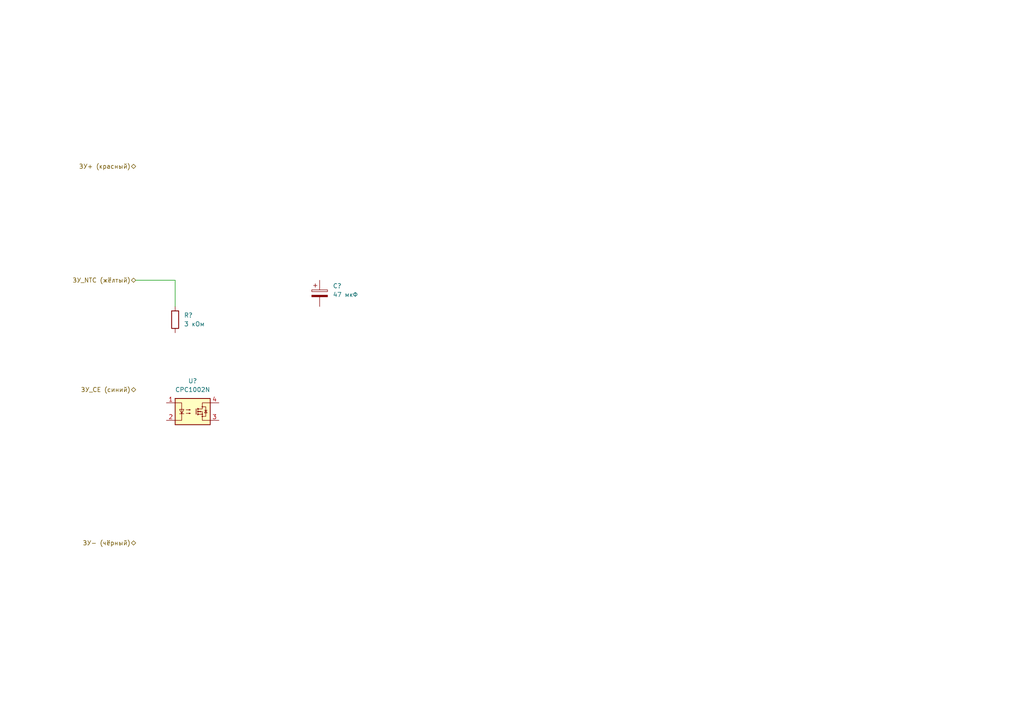
<source format=kicad_sch>
(kicad_sch (version 20211123) (generator eeschema)
  (paper "A4")
  (lib_symbols
    (symbol "Device:C_Polarized" (pin_numbers hide) (pin_names (offset 0.254))
      (property "Reference" "C" (at 0.635 2.54 0))
      (property "Value" "C_Polarized" (at 0.635 -2.54 0))
      (symbol "C_Polarized_0_1"
        (rectangle (start -2.286 0.508) (end 2.286 1.016))
        (polyline (pts (xy -1.778 2.286) (xy -0.762 2.286)))
        (polyline (pts (xy -1.27 2.794) (xy -1.27 1.778)))
        (rectangle (start 2.286 -0.508) (end -2.286 -1.016) (fill (type outline)))
      )
      (symbol "C_Polarized_1_1"
        (pin passive line (at 0 3.81 270) (length 2.794) (name "~") (number "1"))
        (pin passive line (at 0 -3.81 90) (length 2.794) (name "~") (number "2"))
      )
    )
    (symbol "Device:R" (pin_numbers hide) (pin_names (offset 0))
      (property "Reference" "R" (at 2.032 0 90))
      (property "Value" "R" (at 0 0 90))
      (symbol "R_0_1"
        (rectangle (start -1.016 -2.54) (end 1.016 2.54) (stroke (width 0.254)))
      )
      (symbol "R_1_1"
        (pin passive line (at 0 3.81 270) (length 1.27) (name "~") (number "1"))
        (pin passive line (at 0 -3.81 90) (length 1.27) (name "~") (number "2"))
      )
    )
    (symbol "Relay_SolidState:CPC1002N"
      (property "Reference" "U" (at -5.08 5.08 0))
      (property "Value" "CPC1002N" (at 0 5.08 0))
      (symbol "CPC1002N_0_1"
        (rectangle (start -5.08 3.81) (end 5.08 -3.81) (stroke (width 0.254)) (fill (type background)))
        (polyline (pts (xy -3.81 -0.635) (xy -2.54 -0.635)))
        (polyline (pts (xy 1.016 0.762) (xy 1.016 -0.762)) (stroke (width 0.2032)))
        (polyline (pts (xy 1.524 -0.762) (xy 2.794 -0.762)))
        (polyline (pts (xy 3.429 0.381) (xy 4.191 0.381)))
        (polyline (pts (xy 1.524 -0.635) (xy 1.524 -0.889) (xy 1.524 -0.889)) (stroke (width 0.3556)))
        (polyline (pts (xy 1.524 0.127) (xy 1.524 -0.127) (xy 1.524 -0.127)) (stroke (width 0.3556)))
        (polyline (pts (xy 1.524 0.889) (xy 1.524 0.635) (xy 1.524 0.635)) (stroke (width 0.3556)))
        (polyline (pts (xy -5.08 2.54) (xy -3.175 2.54) (xy -3.175 -2.54) (xy -5.08 -2.54)))
        (polyline (pts (xy -3.175 -0.635) (xy -3.81 0.635) (xy -2.54 0.635) (xy -3.175 -0.635)))
        (polyline (pts (xy 1.524 0) (xy 2.794 0) (xy 2.794 -2.54) (xy 5.08 -2.54)))
        (polyline (pts (xy 1.524 0.762) (xy 2.794 0.762) (xy 2.794 2.54) (xy 5.08 2.54)))
        (polyline (pts (xy 1.778 0) (xy 2.286 0.127) (xy 2.286 -0.127) (xy 1.778 0)))
        (polyline (pts (xy 2.794 -1.397) (xy 3.81 -1.397) (xy 3.81 1.397) (xy 2.794 1.397)))
        (polyline (pts (xy 3.81 0.381) (xy 3.429 -0.381) (xy 4.191 -0.381) (xy 3.81 0.381)))
        (polyline (pts (xy -1.905 -0.508) (xy -0.635 -0.508) (xy -1.016 -0.635) (xy -1.016 -0.381) (xy -0.635 -0.508)))
        (polyline (pts (xy -1.905 0.508) (xy -0.635 0.508) (xy -1.016 0.381) (xy -1.016 0.635) (xy -0.635 0.508)))
        (circle (center 2.794 -1.397) (radius 0.127))
        (circle (center 2.794 -0.762) (radius 0.127))
        (circle (center 2.794 1.397) (radius 0.127))
      )
      (symbol "CPC1002N_1_1"
        (pin passive line (at -7.62 2.54 0) (length 2.54) (name "~") (number "1"))
        (pin passive line (at -7.62 -2.54 0) (length 2.54) (name "~") (number "2"))
        (pin passive line (at 7.62 -2.54 180) (length 2.54) (name "~") (number "3"))
        (pin passive line (at 7.62 2.54 180) (length 2.54) (name "~") (number "4"))
      )
    )
  )
  (wire (pts (xy 39.37 81.28) (xy 50.8 81.28)))
  (wire (pts (xy 50.8 81.28) (xy 50.8 88.9)))
  (hierarchical_label "ЗУ- (чёрный)" (shape bidirectional) (at 39.37 157.48 180))
  (hierarchical_label "ЗУ+ (красный)" (shape bidirectional) (at 39.37 48.26 180))
  (hierarchical_label "ЗУ_CE (синий)" (shape bidirectional) (at 39.37 113.03 180))
  (hierarchical_label "ЗУ_NTC (жёлтый)" (shape bidirectional) (at 39.37 81.28 180))
  (symbol (lib_id "Relay_SolidState:CPC1002N") (at 55.88 119.38 0) (unit 1)
    (property "Reference" "U?" (at 55.88 110.49 0))
    (property "Value" "CPC1002N" (at 55.88 113.03 0))
    (property "Footprint" "Package_SO:SOP-4_3.8x4.1mm_P2.54mm" (effects hide))
    (property "Datasheet" "http://www.ixysic.com/home/pdfs.nsf/www/CPC1002N.pdf/$file/CPC1002N.pdf" (effects hide))
  )
  (symbol (lib_id "Device:C_Polarized") (at 92.71 85.09 0) (unit 1)
    (property "Reference" "C?" (at 96.52 82.9309 0) (effects (justify left)))
    (property "Value" "47 мкФ" (at 96.52 85.4709 0) (effects (justify left)))
  )
  (symbol (lib_id "Device:R") (at 50.8 92.71 0) (unit 1)
    (property "Reference" "R?" (at 53.34 91.4399 0) (effects (justify left)))
    (property "Value" "3 кОм" (at 53.34 93.9799 0) (effects (justify left)))
  )
)
</source>
